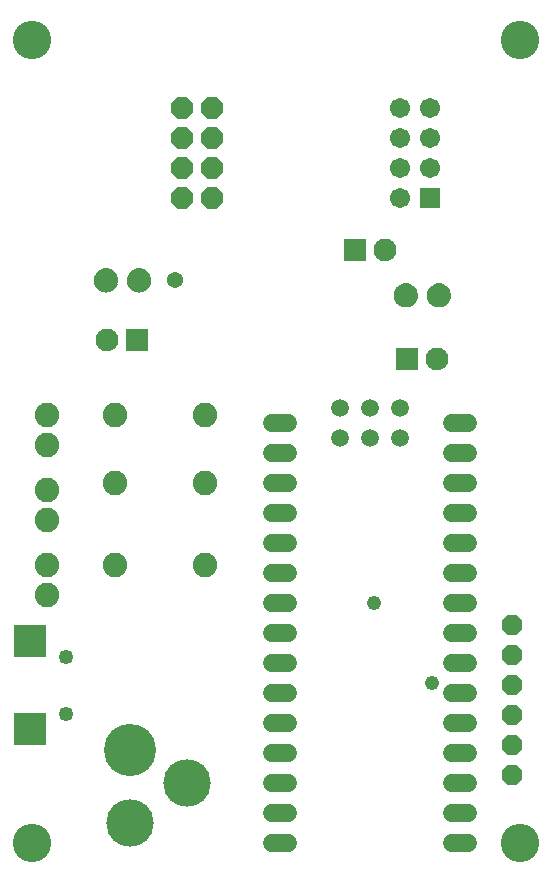
<source format=gbs>
G75*
%MOIN*%
%OFA0B0*%
%FSLAX25Y25*%
%IPPOS*%
%LPD*%
%AMOC8*
5,1,8,0,0,1.08239X$1,22.5*
%
%ADD10C,0.12800*%
%ADD11C,0.00500*%
%ADD12C,0.07600*%
%ADD13R,0.07600X0.07600*%
%ADD14C,0.17398*%
%ADD15C,0.15824*%
%ADD16C,0.08200*%
%ADD17OC8,0.07400*%
%ADD18R,0.06737X0.06737*%
%ADD19C,0.06737*%
%ADD20C,0.05950*%
%ADD21C,0.05950*%
%ADD22OC8,0.06800*%
%ADD23R,0.10800X0.10800*%
%ADD24C,0.04934*%
%ADD25C,0.05400*%
%ADD26C,0.04800*%
D10*
X0012500Y0027500D03*
X0175000Y0027500D03*
X0175000Y0295000D03*
X0012500Y0295000D03*
D11*
X0035585Y0218465D02*
X0034943Y0218131D01*
X0034379Y0217678D01*
X0033914Y0217124D01*
X0033566Y0216490D01*
X0033348Y0215800D01*
X0033270Y0215080D01*
X0033318Y0214420D01*
X0033480Y0213779D01*
X0033751Y0213175D01*
X0034122Y0212628D01*
X0034583Y0212153D01*
X0035120Y0211766D01*
X0035715Y0211478D01*
X0036352Y0211297D01*
X0037010Y0211230D01*
X0037668Y0211295D01*
X0038305Y0211474D01*
X0038901Y0211761D01*
X0039439Y0212147D01*
X0039901Y0212620D01*
X0040274Y0213166D01*
X0040546Y0213769D01*
X0040710Y0214410D01*
X0040759Y0215070D01*
X0040694Y0215714D01*
X0040519Y0216336D01*
X0040238Y0216918D01*
X0039860Y0217443D01*
X0039396Y0217894D01*
X0038862Y0218258D01*
X0038272Y0218524D01*
X0037645Y0218683D01*
X0037000Y0218730D01*
X0036279Y0218667D01*
X0035585Y0218465D01*
X0035460Y0218400D02*
X0038546Y0218400D01*
X0039386Y0217902D02*
X0034657Y0217902D01*
X0034148Y0217403D02*
X0039888Y0217403D01*
X0040244Y0216905D02*
X0033793Y0216905D01*
X0033539Y0216406D02*
X0040485Y0216406D01*
X0040640Y0215908D02*
X0033382Y0215908D01*
X0033306Y0215409D02*
X0040725Y0215409D01*
X0040747Y0214910D02*
X0033282Y0214910D01*
X0033320Y0214412D02*
X0040710Y0214412D01*
X0040583Y0213913D02*
X0033446Y0213913D01*
X0033643Y0213415D02*
X0040386Y0213415D01*
X0040103Y0212916D02*
X0033926Y0212916D01*
X0034326Y0212418D02*
X0039703Y0212418D01*
X0039122Y0211919D02*
X0034907Y0211919D01*
X0035915Y0211421D02*
X0038115Y0211421D01*
X0044500Y0213779D02*
X0044338Y0214420D01*
X0044290Y0215080D01*
X0044368Y0215800D01*
X0044586Y0216490D01*
X0044934Y0217124D01*
X0045399Y0217678D01*
X0045963Y0218131D01*
X0046605Y0218465D01*
X0047299Y0218667D01*
X0048020Y0218730D01*
X0048665Y0218683D01*
X0049292Y0218524D01*
X0049882Y0218258D01*
X0050416Y0217894D01*
X0050880Y0217443D01*
X0051258Y0216918D01*
X0051539Y0216336D01*
X0051715Y0215714D01*
X0051780Y0215070D01*
X0051730Y0214410D01*
X0051566Y0213769D01*
X0051294Y0213166D01*
X0050921Y0212620D01*
X0050459Y0212147D01*
X0049921Y0211761D01*
X0049325Y0211474D01*
X0048688Y0211295D01*
X0048030Y0211230D01*
X0047372Y0211297D01*
X0046735Y0211478D01*
X0046140Y0211766D01*
X0045603Y0212153D01*
X0045142Y0212628D01*
X0044771Y0213175D01*
X0044500Y0213779D01*
X0044466Y0213913D02*
X0051603Y0213913D01*
X0051730Y0214412D02*
X0044340Y0214412D01*
X0044302Y0214910D02*
X0051768Y0214910D01*
X0051745Y0215409D02*
X0044326Y0215409D01*
X0044402Y0215908D02*
X0051660Y0215908D01*
X0051505Y0216406D02*
X0044559Y0216406D01*
X0044813Y0216905D02*
X0051264Y0216905D01*
X0050909Y0217403D02*
X0045168Y0217403D01*
X0045677Y0217902D02*
X0050406Y0217902D01*
X0049566Y0218400D02*
X0046480Y0218400D01*
X0044663Y0213415D02*
X0051406Y0213415D01*
X0051123Y0212916D02*
X0044946Y0212916D01*
X0045346Y0212418D02*
X0050724Y0212418D01*
X0050142Y0211919D02*
X0045927Y0211919D01*
X0046935Y0211421D02*
X0049135Y0211421D01*
X0133220Y0209930D02*
X0133270Y0210590D01*
X0133434Y0211231D01*
X0133706Y0211834D01*
X0134079Y0212380D01*
X0134541Y0212853D01*
X0135079Y0213239D01*
X0135675Y0213526D01*
X0136312Y0213705D01*
X0136970Y0213770D01*
X0137628Y0213703D01*
X0138265Y0213522D01*
X0138860Y0213234D01*
X0139397Y0212847D01*
X0139858Y0212372D01*
X0140229Y0211825D01*
X0140500Y0211221D01*
X0140662Y0210580D01*
X0140710Y0209920D01*
X0140632Y0209200D01*
X0140414Y0208510D01*
X0140066Y0207876D01*
X0139601Y0207322D01*
X0139037Y0206869D01*
X0138395Y0206535D01*
X0137701Y0206333D01*
X0136980Y0206270D01*
X0136335Y0206317D01*
X0135708Y0206476D01*
X0135118Y0206742D01*
X0134584Y0207106D01*
X0134120Y0207557D01*
X0133742Y0208082D01*
X0133461Y0208664D01*
X0133285Y0209286D01*
X0133220Y0209930D01*
X0133221Y0209925D02*
X0140710Y0209925D01*
X0140673Y0210424D02*
X0133258Y0210424D01*
X0133355Y0210922D02*
X0140576Y0210922D01*
X0140411Y0211421D02*
X0133520Y0211421D01*
X0133765Y0211919D02*
X0140165Y0211919D01*
X0139813Y0212418D02*
X0134116Y0212418D01*
X0134629Y0212916D02*
X0139300Y0212916D01*
X0138487Y0213415D02*
X0135444Y0213415D01*
X0133271Y0209427D02*
X0140656Y0209427D01*
X0140546Y0208928D02*
X0133387Y0208928D01*
X0133574Y0208430D02*
X0140370Y0208430D01*
X0140097Y0207931D02*
X0133851Y0207931D01*
X0134248Y0207433D02*
X0139694Y0207433D01*
X0139118Y0206934D02*
X0134836Y0206934D01*
X0135868Y0206436D02*
X0138055Y0206436D01*
X0144481Y0208664D02*
X0144762Y0208082D01*
X0145140Y0207557D01*
X0145604Y0207106D01*
X0146138Y0206742D01*
X0146728Y0206476D01*
X0147355Y0206317D01*
X0148000Y0206270D01*
X0148721Y0206333D01*
X0149415Y0206535D01*
X0150057Y0206869D01*
X0150621Y0207322D01*
X0151086Y0207876D01*
X0151434Y0208510D01*
X0151652Y0209200D01*
X0151730Y0209920D01*
X0151682Y0210580D01*
X0151520Y0211221D01*
X0151249Y0211825D01*
X0150878Y0212372D01*
X0150417Y0212847D01*
X0149880Y0213234D01*
X0149285Y0213522D01*
X0148648Y0213703D01*
X0147990Y0213770D01*
X0147332Y0213705D01*
X0146695Y0213526D01*
X0146099Y0213239D01*
X0145561Y0212853D01*
X0145099Y0212380D01*
X0144726Y0211834D01*
X0144454Y0211231D01*
X0144290Y0210590D01*
X0144241Y0209930D01*
X0144306Y0209286D01*
X0144481Y0208664D01*
X0144594Y0208430D02*
X0151390Y0208430D01*
X0151566Y0208928D02*
X0144407Y0208928D01*
X0144291Y0209427D02*
X0151676Y0209427D01*
X0151730Y0209925D02*
X0144241Y0209925D01*
X0144278Y0210424D02*
X0151694Y0210424D01*
X0151596Y0210922D02*
X0144375Y0210922D01*
X0144540Y0211421D02*
X0151431Y0211421D01*
X0151185Y0211919D02*
X0144785Y0211919D01*
X0145136Y0212418D02*
X0150833Y0212418D01*
X0150320Y0212916D02*
X0145649Y0212916D01*
X0146464Y0213415D02*
X0149507Y0213415D01*
X0151117Y0207931D02*
X0144871Y0207931D01*
X0145268Y0207433D02*
X0150714Y0207433D01*
X0150138Y0206934D02*
X0145856Y0206934D01*
X0146888Y0206436D02*
X0149075Y0206436D01*
D12*
X0147500Y0188750D03*
X0130000Y0225000D03*
X0037500Y0195000D03*
D13*
X0047500Y0195000D03*
X0120000Y0225000D03*
X0137500Y0188750D03*
D14*
X0045000Y0058543D03*
D15*
X0045000Y0033937D03*
X0063898Y0047323D03*
D16*
X0070000Y0120000D03*
X0070000Y0147500D03*
X0070000Y0170000D03*
X0040000Y0170000D03*
X0040000Y0147500D03*
X0040000Y0120000D03*
X0017500Y0120000D03*
X0017500Y0110000D03*
X0017500Y0135000D03*
X0017500Y0145000D03*
X0017500Y0160000D03*
X0017500Y0170000D03*
D17*
X0062500Y0242500D03*
X0062500Y0252500D03*
X0062500Y0262500D03*
X0062500Y0272500D03*
X0072500Y0272500D03*
X0072500Y0262500D03*
X0072500Y0252500D03*
X0072500Y0242500D03*
D18*
X0145000Y0242500D03*
D19*
X0145000Y0252500D03*
X0145000Y0262500D03*
X0145000Y0272500D03*
X0135000Y0272500D03*
X0135000Y0262500D03*
X0135000Y0252500D03*
X0135000Y0242500D03*
D20*
X0152425Y0167500D02*
X0157575Y0167500D01*
X0157575Y0157500D02*
X0152425Y0157500D01*
X0152425Y0147500D02*
X0157575Y0147500D01*
X0157575Y0137500D02*
X0152425Y0137500D01*
X0152425Y0127500D02*
X0157575Y0127500D01*
X0157575Y0117500D02*
X0152425Y0117500D01*
X0152425Y0107500D02*
X0157575Y0107500D01*
X0157575Y0097500D02*
X0152425Y0097500D01*
X0152425Y0087500D02*
X0157575Y0087500D01*
X0157575Y0077500D02*
X0152425Y0077500D01*
X0152425Y0067500D02*
X0157575Y0067500D01*
X0157575Y0057500D02*
X0152425Y0057500D01*
X0152425Y0047500D02*
X0157575Y0047500D01*
X0157575Y0037500D02*
X0152425Y0037500D01*
X0152425Y0027500D02*
X0157575Y0027500D01*
X0097575Y0027500D02*
X0092425Y0027500D01*
X0092425Y0037500D02*
X0097575Y0037500D01*
X0097575Y0047500D02*
X0092425Y0047500D01*
X0092425Y0057500D02*
X0097575Y0057500D01*
X0097575Y0067500D02*
X0092425Y0067500D01*
X0092425Y0077500D02*
X0097575Y0077500D01*
X0097575Y0087500D02*
X0092425Y0087500D01*
X0092425Y0097500D02*
X0097575Y0097500D01*
X0097575Y0107500D02*
X0092425Y0107500D01*
X0092425Y0117500D02*
X0097575Y0117500D01*
X0097575Y0127500D02*
X0092425Y0127500D01*
X0092425Y0137500D02*
X0097575Y0137500D01*
X0097575Y0147500D02*
X0092425Y0147500D01*
X0092425Y0157500D02*
X0097575Y0157500D01*
X0097575Y0167500D02*
X0092425Y0167500D01*
D21*
X0115000Y0162500D03*
X0115000Y0172500D03*
X0125000Y0172500D03*
X0125000Y0162500D03*
X0135000Y0162500D03*
X0135000Y0172500D03*
D22*
X0172500Y0100000D03*
X0172500Y0090000D03*
X0172500Y0080000D03*
X0172500Y0070000D03*
X0172500Y0060000D03*
X0172500Y0050000D03*
D23*
X0011693Y0065335D03*
X0011693Y0094665D03*
D24*
X0023622Y0089547D03*
X0023622Y0070453D03*
D25*
X0060000Y0215000D03*
D26*
X0126250Y0107500D03*
X0145625Y0080625D03*
M02*

</source>
